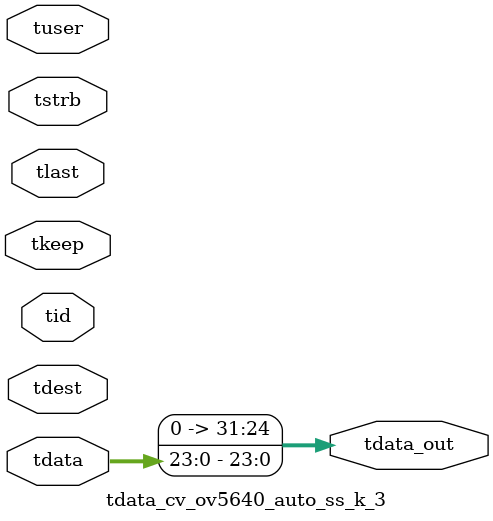
<source format=v>


`timescale 1ps/1ps

module tdata_cv_ov5640_auto_ss_k_3 #
(
parameter C_S_AXIS_TDATA_WIDTH = 32,
parameter C_S_AXIS_TUSER_WIDTH = 0,
parameter C_S_AXIS_TID_WIDTH   = 0,
parameter C_S_AXIS_TDEST_WIDTH = 0,
parameter C_M_AXIS_TDATA_WIDTH = 32
)
(
input  [(C_S_AXIS_TDATA_WIDTH == 0 ? 1 : C_S_AXIS_TDATA_WIDTH)-1:0     ] tdata,
input  [(C_S_AXIS_TUSER_WIDTH == 0 ? 1 : C_S_AXIS_TUSER_WIDTH)-1:0     ] tuser,
input  [(C_S_AXIS_TID_WIDTH   == 0 ? 1 : C_S_AXIS_TID_WIDTH)-1:0       ] tid,
input  [(C_S_AXIS_TDEST_WIDTH == 0 ? 1 : C_S_AXIS_TDEST_WIDTH)-1:0     ] tdest,
input  [(C_S_AXIS_TDATA_WIDTH/8)-1:0 ] tkeep,
input  [(C_S_AXIS_TDATA_WIDTH/8)-1:0 ] tstrb,
input                                                                    tlast,
output [C_M_AXIS_TDATA_WIDTH-1:0] tdata_out
);

assign tdata_out = {tdata[23:0]};

endmodule


</source>
